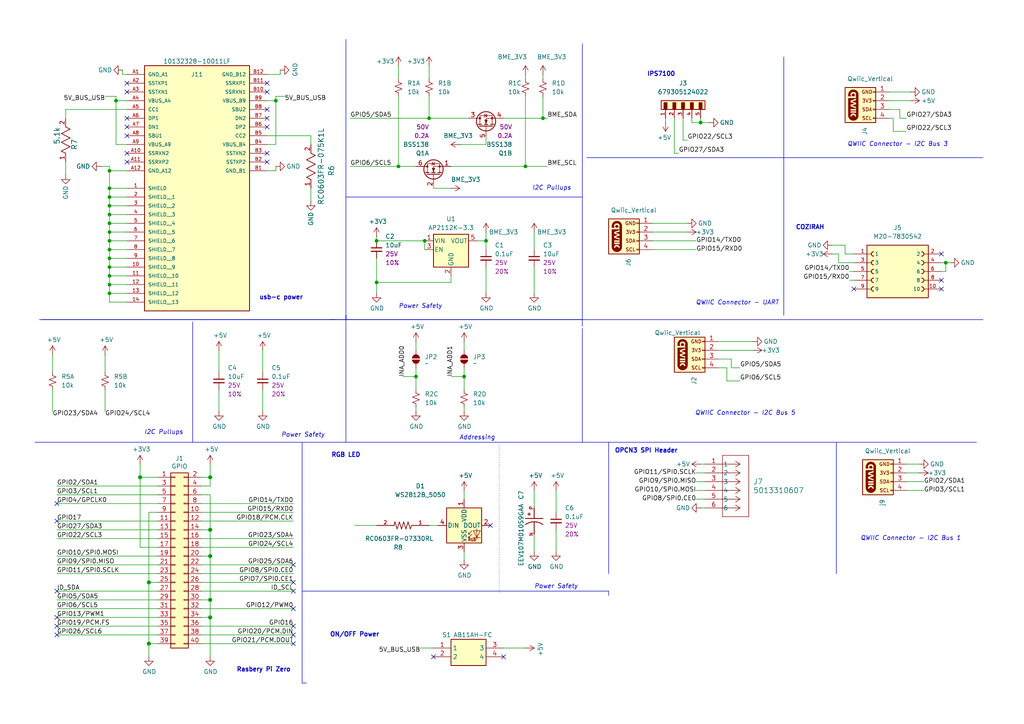
<source format=kicad_sch>
(kicad_sch (version 20250114) (generator "eeschema") (generator_version "9.0")
  (paper "A4")
  (text "QWIIC Connector - I2C Bus 1" (at 264.16 156.21 0) (effects (font (size 1.27 1.27) (thickness 0.1588) (italic yes))))
  (text "Rasbery Pi Zero " (at 76.962 194.31 0) (effects (font (size 1.27 1.27) (thickness 0.254) (bold yes))))
  (text "Addressing" (at 138.43 127 0) (effects (font (size 1.27 1.27) (thickness 0.1588) (italic yes))))
  (text "IPS7100" (at 191.77 21.59 0) (effects (font (size 1.27 1.27) (thickness 0.254) (bold yes))))
  (text "ON/OFF Power" (at 102.87 184.15 0) (effects (font (size 1.27 1.27) (thickness 0.254) (bold yes))))
  (text "Power Safety" (at 121.92 88.9 0) (effects (font (size 1.27 1.27) (thickness 0.1588) (italic yes))))
  (text "OPCN3 SPI Header" (at 187.452 130.81 0) (effects (font (size 1.27 1.27) (thickness 0.254) (bold yes))))
  (text "QWIIC Connector - UART" (at 213.868 87.884 0) (effects (font (size 1.27 1.27) (thickness 0.1588) (italic yes))))
  (text "usb-c power" (at 81.534 86.36 0) (effects (font (size 1.27 1.27) (thickness 0.254) (bold yes))))
  (text "I2C Pullups" (at 160.02 54.61 0) (effects (font (size 1.27 1.27) (thickness 0.1588) (italic yes))))
  (text "Power Safety" (at 161.29 170.18 0) (effects (font (size 1.27 1.27) (thickness 0.1588) (italic yes))))
  (text "QWIIC Connector - I2C Bus 5" (at 216.154 119.888 0) (effects (font (size 1.27 1.27) (thickness 0.1588) (italic yes))))
  (text "I2C Pullups" (at 47.498 125.476 0) (effects (font (size 1.27 1.27) (thickness 0.1588) (italic yes))))
  (text "QWIIC Connector - I2C Bus 3" (at 260.35 41.91 0) (effects (font (size 1.27 1.27) (thickness 0.1588) (italic yes))))
  (text "RGB LED" (at 100.33 132.08 0) (effects (font (size 1.27 1.27) (thickness 0.254) (bold yes))))
  (text "Power Safety" (at 87.884 126.238 0) (effects (font (size 1.27 1.27) (thickness 0.1588) (italic yes))))
  (text "COZIRAH" (at 234.95 66.04 0) (effects (font (size 1.27 1.27) (thickness 0.254) (bold yes))))
  (junction (at 203.2 35.56))
  (junction (at 60.96 138.43) (diameter 1.016))
  (junction (at 157.48 34.29))
  (junction (at 134.62 109.22))
  (junction (at 60.96 153.67) (diameter 1.016))
  (junction (at 120.65 109.22))
  (junction (at 60.96 179.07) (diameter 1.016))
  (junction (at 31.75 59.69))
  (junction (at 60.96 173.99) (diameter 1.016))
  (junction (at 109.22 69.85))
  (junction (at 31.75 69.85))
  (junction (at 80.01 29.21))
  (junction (at 123.19 69.85))
  (junction (at 31.75 54.61))
  (junction (at 31.75 72.39))
  (junction (at 31.75 80.01))
  (junction (at 60.96 161.29) (diameter 1.016))
  (junction (at 31.75 85.09))
  (junction (at 31.75 57.15))
  (junction (at 274.32 76.2))
  (junction (at 140.97 69.85))
  (junction (at 124.46 34.29))
  (junction (at 31.75 62.23))
  (junction (at 31.75 82.55))
  (junction (at 40.64 138.43) (diameter 1.016))
  (junction (at 33.655 29.21))
  (junction (at 152.4 48.26))
  (junction (at 109.22 81.915))
  (junction (at 31.75 67.31))
  (junction (at 31.75 49.53))
  (junction (at 31.75 77.47))
  (junction (at 43.18 168.91) (diameter 1.016))
  (junction (at 31.75 74.93))
  (junction (at 43.18 186.69) (diameter 1.016))
  (junction (at 115.57 48.26))
  (junction (at 31.75 64.77))
  (no_connect (at 16.51 184.15))
  (no_connect (at 85.09 163.83))
  (no_connect (at 142.24 152.4))
  (no_connect (at 36.83 34.29))
  (no_connect (at 16.51 179.07))
  (no_connect (at 273.05 73.66))
  (no_connect (at 273.05 81.28))
  (no_connect (at 247.65 83.82))
  (no_connect (at 85.09 184.15))
  (no_connect (at 36.83 24.13))
  (no_connect (at 36.83 44.45))
  (no_connect (at 77.47 36.83))
  (no_connect (at 85.09 176.53))
  (no_connect (at 36.83 26.67))
  (no_connect (at 16.51 181.61))
  (no_connect (at 77.47 31.75))
  (no_connect (at 77.47 26.67))
  (no_connect (at 146.05 190.5))
  (no_connect (at 16.51 146.05))
  (no_connect (at 77.47 34.29))
  (no_connect (at 125.73 190.5))
  (no_connect (at 85.09 171.45))
  (no_connect (at 36.83 36.83))
  (no_connect (at 85.09 186.69))
  (no_connect (at 85.09 181.61))
  (no_connect (at 85.09 168.91))
  (no_connect (at 16.51 171.45))
  (no_connect (at 16.51 151.13))
  (no_connect (at 77.47 46.99))
  (no_connect (at 273.05 83.82))
  (no_connect (at 77.47 24.13))
  (no_connect (at 36.83 39.37))
  (no_connect (at 77.47 44.45))
  (no_connect (at 36.83 46.99))
  (wire (pts (xy 60.96 138.43) (xy 60.96 140.97)))
  (wire (pts (xy 161.29 142.24) (xy 161.29 148.59)))
  (wire (pts (xy 125.73 54.61) (xy 130.81 54.61)))
  (wire (pts (xy 58.42 171.45) (xy 85.09 171.45)))
  (wire (pts (xy 198.12 34.29) (xy 198.12 40.64)))
  (wire (pts (xy 31.75 77.47) (xy 31.75 80.01)))
  (polyline (pts (xy 100.33 91.44) (xy 100.33 92.71)))
  (wire (pts (xy 31.75 64.77) (xy 31.75 67.31)))
  (wire (pts (xy 31.75 69.85) (xy 31.75 72.39)))
  (wire (pts (xy 31.75 54.61) (xy 31.75 57.15)))
  (wire (pts (xy 45.72 140.97) (xy 16.51 140.97)))
  (wire (pts (xy 273.05 76.2) (xy 274.32 76.2)))
  (wire (pts (xy 45.72 179.07) (xy 16.51 179.07)))
  (wire (pts (xy 257.81 29.21) (xy 264.16 29.21)))
  (wire (pts (xy 36.83 57.15) (xy 31.75 57.15)))
  (wire (pts (xy 124.46 34.29) (xy 135.89 34.29)))
  (wire (pts (xy 120.65 106.68) (xy 120.65 109.22)))
  (wire (pts (xy 134.62 109.22) (xy 130.81 109.22)))
  (wire (pts (xy 115.57 48.26) (xy 120.65 48.26)))
  (wire (pts (xy 262.89 139.7) (xy 267.97 139.7)))
  (wire (pts (xy 30.48 27.94) (xy 33.655 27.94)))
  (wire (pts (xy 76.2 101.6) (xy 76.2 107.95)))
  (wire (pts (xy 80.01 29.21) (xy 80.01 27.94)))
  (wire (pts (xy 40.64 138.43) (xy 45.72 138.43)))
  (wire (pts (xy 262.89 134.62) (xy 266.7 134.62)))
  (wire (pts (xy 205.74 35.56) (xy 203.2 35.56)))
  (wire (pts (xy 109.22 81.915) (xy 109.22 85.09)))
  (wire (pts (xy 16.51 156.21) (xy 45.72 156.21)))
  (polyline (pts (xy 55.88 93.345) (xy 55.88 128.27)) (stroke (width 0) (type solid)))
  (polyline (pts (xy 100.33 128.27) (xy 170.18 128.27)))
  (wire (pts (xy 200.66 35.56) (xy 203.2 35.56)))
  (wire (pts (xy 43.18 168.91) (xy 43.18 186.69)))
  (polyline (pts (xy 87.63 198.12) (xy 88.9 198.12)))
  (wire (pts (xy 154.94 77.47) (xy 154.94 85.09)))
  (polyline (pts (xy 176.53 171.45) (xy 176.53 172.72)))
  (polyline (pts (xy 10.16 128.27) (xy 283.21 128.27)))
  (wire (pts (xy 109.22 68.58) (xy 109.22 69.85)))
  (polyline (pts (xy 170.18 45.72) (xy 285.115 45.72)) (stroke (width 0) (type solid)))
  (wire (pts (xy 40.64 138.43) (xy 40.64 158.75)))
  (polyline (pts (xy 168.91 19.05) (xy 168.91 94.615)) (stroke (width 0) (type solid)))
  (wire (pts (xy 157.48 34.29) (xy 158.75 34.29)))
  (wire (pts (xy 36.83 80.01) (xy 31.75 80.01)))
  (wire (pts (xy 241.3 71.12) (xy 245.11 71.12)))
  (wire (pts (xy 36.83 67.31) (xy 31.75 67.31)))
  (wire (pts (xy 130.81 81.915) (xy 109.22 81.915)))
  (wire (pts (xy 157.48 21.59) (xy 157.48 22.86)))
  (wire (pts (xy 45.72 161.29) (xy 16.51 161.29)))
  (wire (pts (xy 43.18 186.69) (xy 45.72 186.69)))
  (wire (pts (xy 246.38 81.28) (xy 247.65 81.28)))
  (wire (pts (xy 58.42 181.61) (xy 85.09 181.61)))
  (wire (pts (xy 210.82 106.68) (xy 208.28 106.68)))
  (wire (pts (xy 134.62 142.24) (xy 134.62 144.78)))
  (wire (pts (xy 152.4 48.26) (xy 158.75 48.26)))
  (polyline (pts (xy 11.43 128.27) (xy 99.06 128.27)) (stroke (width 0) (type solid)))
  (wire (pts (xy 35.56 21.59) (xy 36.83 21.59)))
  (polyline (pts (xy 100.33 92.71) (xy 168.91 92.71)))
  (wire (pts (xy 36.83 69.85) (xy 31.75 69.85)))
  (wire (pts (xy 60.96 179.07) (xy 58.42 179.07)))
  (wire (pts (xy 43.18 148.59) (xy 45.72 148.59)))
  (polyline (pts (xy 100.33 91.44) (xy 100.33 128.27)))
  (wire (pts (xy 262.89 137.16) (xy 266.7 137.16)))
  (wire (pts (xy 245.11 71.12) (xy 245.11 73.66)))
  (wire (pts (xy 58.42 156.21) (xy 85.09 156.21)))
  (wire (pts (xy 140.97 67.31) (xy 140.97 69.85)))
  (wire (pts (xy 243.205 73.66) (xy 243.205 76.2)))
  (wire (pts (xy 60.96 134.62) (xy 60.96 138.43)))
  (wire (pts (xy 204.47 134.62) (xy 203.2 134.62)))
  (wire (pts (xy 60.96 143.51) (xy 60.96 153.67)))
  (wire (pts (xy 77.47 49.53) (xy 80.01 49.53)))
  (wire (pts (xy 58.42 151.13) (xy 85.09 151.13)))
  (wire (pts (xy 58.42 166.37) (xy 85.09 166.37)))
  (wire (pts (xy 262.89 142.24) (xy 267.97 142.24)))
  (wire (pts (xy 138.43 69.85) (xy 140.97 69.85)))
  (wire (pts (xy 212.09 106.68) (xy 212.09 104.14)))
  (wire (pts (xy 123.19 69.85) (xy 123.19 72.39)))
  (wire (pts (xy 63.5 101.6) (xy 63.5 107.95)))
  (wire (pts (xy 60.96 173.99) (xy 58.42 173.99)))
  (wire (pts (xy 60.96 143.51) (xy 58.42 143.51)))
  (wire (pts (xy 134.62 160.02) (xy 134.62 162.56)))
  (wire (pts (xy 60.96 138.43) (xy 58.42 138.43)))
  (wire (pts (xy 33.655 29.21) (xy 33.655 27.94)))
  (wire (pts (xy 134.62 106.68) (xy 134.62 109.22)))
  (wire (pts (xy 16.51 143.51) (xy 45.72 143.51)))
  (wire (pts (xy 31.75 74.93) (xy 31.75 77.47)))
  (wire (pts (xy 259.08 38.1) (xy 262.89 38.1)))
  (wire (pts (xy 43.18 168.91) (xy 45.72 168.91)))
  (wire (pts (xy 140.97 69.85) (xy 140.97 72.39)))
  (wire (pts (xy 262.89 34.29) (xy 260.985 34.29)))
  (wire (pts (xy 201.93 139.7) (xy 204.47 139.7)))
  (wire (pts (xy 31.75 80.01) (xy 31.75 82.55)))
  (wire (pts (xy 201.93 144.78) (xy 204.47 144.78)))
  (polyline (pts (xy 168.91 95.25) (xy 168.91 128.27)) (stroke (width 0) (type solid)))
  (wire (pts (xy 36.83 41.91) (xy 33.655 41.91)))
  (wire (pts (xy 189.23 67.31) (xy 199.39 67.31)))
  (wire (pts (xy 134.62 109.22) (xy 134.62 113.03)))
  (wire (pts (xy 36.83 85.09) (xy 31.75 85.09)))
  (wire (pts (xy 30.48 113.03) (xy 30.48 119.38)))
  (wire (pts (xy 201.93 69.85) (xy 189.23 69.85)))
  (wire (pts (xy 36.83 74.93) (xy 31.75 74.93)))
  (wire (pts (xy 120.65 109.22) (xy 120.65 113.03)))
  (wire (pts (xy 203.2 147.32) (xy 204.47 147.32)))
  (wire (pts (xy 154.94 142.24) (xy 154.94 147.32)))
  (wire (pts (xy 60.96 173.99) (xy 60.96 179.07)))
  (wire (pts (xy 212.09 106.68) (xy 214.63 106.68)))
  (wire (pts (xy 16.51 153.67) (xy 45.72 153.67)))
  (wire (pts (xy 154.94 67.31) (xy 154.94 72.39)))
  (wire (pts (xy 45.72 151.13) (xy 16.51 151.13)))
  (wire (pts (xy 35.56 21.59) (xy 35.56 20.32)))
  (wire (pts (xy 45.72 171.45) (xy 16.51 171.45)))
  (wire (pts (xy 60.96 153.67) (xy 60.96 161.29)))
  (wire (pts (xy 31.75 54.61) (xy 36.83 54.61)))
  (wire (pts (xy 31.75 57.15) (xy 31.75 59.69)))
  (wire (pts (xy 157.48 27.94) (xy 157.48 34.29)))
  (wire (pts (xy 212.09 104.14) (xy 208.28 104.14)))
  (wire (pts (xy 36.83 82.55) (xy 31.75 82.55)))
  (wire (pts (xy 134.62 99.06) (xy 134.62 101.6)))
  (wire (pts (xy 16.51 166.37) (xy 45.72 166.37)))
  (wire (pts (xy 31.75 82.55) (xy 31.75 85.09)))
  (wire (pts (xy 146.05 187.96) (xy 152.4 187.96)))
  (wire (pts (xy 274.32 78.74) (xy 274.32 76.2)))
  (wire (pts (xy 152.4 21.59) (xy 152.4 22.86)))
  (wire (pts (xy 140.97 41.91) (xy 140.97 39.37)))
  (wire (pts (xy 31.75 87.63) (xy 31.75 85.09)))
  (wire (pts (xy 16.51 181.61) (xy 45.72 181.61)))
  (wire (pts (xy 80.01 41.91) (xy 80.01 29.21)))
  (polyline (pts (xy 242.57 128.27) (xy 242.57 166.37)))
  (wire (pts (xy 140.97 77.47) (xy 140.97 85.09)))
  (wire (pts (xy 245.11 73.66) (xy 247.65 73.66)))
  (polyline (pts (xy 227.33 16.51) (xy 227.33 91.44)) (stroke (width 0) (type solid)))
  (wire (pts (xy 246.38 78.74) (xy 247.65 78.74)))
  (wire (pts (xy 193.04 34.29) (xy 193.04 35.56)))
  (wire (pts (xy 109.22 81.915) (xy 109.22 74.93)))
  (wire (pts (xy 77.47 21.59) (xy 81.28 21.59)))
  (wire (pts (xy 40.64 134.62) (xy 40.64 138.43)))
  (wire (pts (xy 16.51 146.05) (xy 45.72 146.05)))
  (polyline (pts (xy 87.63 128.27) (xy 87.63 198.12)))
  (polyline (pts (xy 11.43 92.71) (xy 100.33 92.71)))
  (polyline (pts (xy 144.78 128.905) (xy 144.78 172.085)) (stroke (width 0) (type dot)))
  (wire (pts (xy 60.96 161.29) (xy 58.42 161.29)))
  (wire (pts (xy 259.08 34.29) (xy 257.81 34.29)))
  (wire (pts (xy 29.21 48.26) (xy 31.75 48.26)))
  (wire (pts (xy 19.05 46.99) (xy 19.05 50.8)))
  (wire (pts (xy 16.51 163.83) (xy 45.72 163.83)))
  (wire (pts (xy 33.655 41.91) (xy 33.655 29.21)))
  (wire (pts (xy 36.83 87.63) (xy 31.75 87.63)))
  (wire (pts (xy 58.42 176.53) (xy 85.09 176.53)))
  (wire (pts (xy 31.75 59.69) (xy 31.75 62.23)))
  (wire (pts (xy 115.57 19.05) (xy 115.57 22.86)))
  (wire (pts (xy 120.65 99.06) (xy 120.65 101.6)))
  (polyline (pts (xy 100.33 11.43) (xy 100.33 92.71)))
  (wire (pts (xy 43.18 148.59) (xy 43.18 168.91)))
  (wire (pts (xy 201.93 137.16) (xy 204.47 137.16)))
  (wire (pts (xy 243.205 76.2) (xy 247.65 76.2)))
  (wire (pts (xy 115.57 27.94) (xy 115.57 48.26)))
  (wire (pts (xy 15.24 113.03) (xy 15.24 119.38)))
  (polyline (pts (xy 168.91 12.7) (xy 168.91 19.05)) (stroke (width 0) (type solid)))
  (wire (pts (xy 77.47 39.37) (xy 90.17 39.37)))
  (wire (pts (xy 130.81 80.01) (xy 130.81 81.915)))
  (wire (pts (xy 241.3 73.66) (xy 243.205 73.66)))
  (wire (pts (xy 133.35 41.91) (xy 140.97 41.91)))
  (wire (pts (xy 201.93 142.24) (xy 204.47 142.24)))
  (wire (pts (xy 30.48 102.87) (xy 30.48 107.95)))
  (wire (pts (xy 77.47 29.21) (xy 80.01 29.21)))
  (wire (pts (xy 124.46 27.94) (xy 124.46 34.29)))
  (wire (pts (xy 31.75 62.23) (xy 31.75 64.77)))
  (wire (pts (xy 40.64 158.75) (xy 45.72 158.75)))
  (wire (pts (xy 60.96 153.67) (xy 58.42 153.67)))
  (wire (pts (xy 116.84 109.22) (xy 120.65 109.22)))
  (polyline (pts (xy 87.63 171.45) (xy 176.53 171.45)))
  (wire (pts (xy 60.96 161.29) (xy 60.96 173.99)))
  (wire (pts (xy 33.655 29.21) (xy 36.83 29.21)))
  (wire (pts (xy 58.42 184.15) (xy 85.09 184.15)))
  (wire (pts (xy 259.08 38.1) (xy 259.08 34.29)))
  (wire (pts (xy 15.24 102.87) (xy 15.24 107.95)))
  (wire (pts (xy 264.16 26.67) (xy 257.81 26.67)))
  (wire (pts (xy 161.29 153.67) (xy 161.29 160.02)))
  (wire (pts (xy 200.66 35.56) (xy 200.66 34.29)))
  (wire (pts (xy 60.96 140.97) (xy 58.42 140.97)))
  (wire (pts (xy 16.51 184.15) (xy 45.72 184.15)))
  (wire (pts (xy 36.83 64.77) (xy 31.75 64.77)))
  (wire (pts (xy 195.58 34.29) (xy 195.58 44.45)))
  (wire (pts (xy 257.81 31.75) (xy 260.985 31.75)))
  (wire (pts (xy 43.18 186.69) (xy 43.18 190.5)))
  (wire (pts (xy 125.73 54.61) (xy 125.73 53.34)))
  (wire (pts (xy 274.32 76.2) (xy 275.59 76.2)))
  (wire (pts (xy 16.51 173.99) (xy 45.72 173.99)))
  (wire (pts (xy 198.12 40.64) (xy 199.39 40.64)))
  (wire (pts (xy 120.65 118.11) (xy 120.65 119.38)))
  (wire (pts (xy 31.75 49.53) (xy 36.83 49.53)))
  (polyline (pts (xy 176.53 128.27) (xy 170.18 128.27)))
  (wire (pts (xy 58.42 163.83) (xy 85.09 163.83)))
  (polyline (pts (xy 176.53 166.37) (xy 176.53 128.27)))
  (wire (pts (xy 31.75 72.39) (xy 31.75 74.93)))
  (wire (pts (xy 31.75 49.53) (xy 31.75 48.26)))
  (wire (pts (xy 63.5 113.03) (xy 63.5 119.38)))
  (wire (pts (xy 101.6 48.26) (xy 115.57 48.26)))
  (wire (pts (xy 36.83 77.47) (xy 31.75 77.47)))
  (wire (pts (xy 124.46 152.4) (xy 127 152.4)))
  (wire (pts (xy 124.46 19.05) (xy 124.46 22.86)))
  (wire (pts (xy 58.42 186.69) (xy 85.09 186.69)))
  (wire (pts (xy 210.82 110.49) (xy 214.63 110.49)))
  (polyline (pts (xy 12.065 92.71) (xy 285.115 92.71)) (stroke (width 0) (type solid)))
  (wire (pts (xy 60.96 179.07) (xy 60.96 190.5)))
  (wire (pts (xy 273.05 78.74) (xy 274.32 78.74)))
  (wire (pts (xy 195.58 44.45) (xy 196.85 44.45)))
  (polyline (pts (xy 100.33 128.27) (xy 99.06 128.27)))
  (wire (pts (xy 210.82 110.49) (xy 210.82 106.68)))
  (wire (pts (xy 31.75 67.31) (xy 31.75 69.85)))
  (wire (pts (xy 130.81 48.26) (xy 152.4 48.26)))
  (wire (pts (xy 121.92 187.96) (xy 125.73 187.96)))
  (wire (pts (xy 31.75 49.53) (xy 31.75 54.61)))
  (wire (pts (xy 80.01 49.53) (xy 80.01 48.26)))
  (wire (pts (xy 36.83 59.69) (xy 31.75 59.69)))
  (wire (pts (xy 76.2 113.03) (xy 76.2 119.38)))
  (wire (pts (xy 80.01 27.94) (xy 82.55 27.94)))
  (wire (pts (xy 208.28 99.06) (xy 218.44 99.06)))
  (wire (pts (xy 36.83 72.39) (xy 31.75 72.39)))
  (wire (pts (xy 109.22 69.85) (xy 123.19 69.85)))
  (wire (pts (xy 77.47 41.91) (xy 80.01 41.91)))
  (wire (pts (xy 260.985 31.75) (xy 260.985 34.29)))
  (wire (pts (xy 58.42 146.05) (xy 85.09 146.05)))
  (wire (pts (xy 189.23 72.39) (xy 201.93 72.39)))
  (wire (pts (xy 58.42 168.91) (xy 85.09 168.91)))
  (wire (pts (xy 90.17 39.37) (xy 90.17 41.91)))
  (wire (pts (xy 101.6 34.29) (xy 124.46 34.29)))
  (wire (pts (xy 102.87 152.4) (xy 109.22 152.4)))
  (wire (pts (xy 154.94 154.94) (xy 154.94 160.02)))
  (wire (pts (xy 189.23 64.77) (xy 199.39 64.77)))
  (polyline (pts (xy 95.885 92.71) (xy 97.155 92.71)))
  (polyline (pts (xy 100.33 57.15) (xy 168.91 57.15)))
  (wire (pts (xy 19.05 31.75) (xy 19.05 34.29)))
  (wire (pts (xy 134.62 118.11) (xy 134.62 119.38)))
  (wire (pts (xy 146.05 34.29) (xy 157.48 34.29)))
  (wire (pts (xy 58.42 148.59) (xy 85.09 148.59)))
  (wire (pts (xy 16.51 176.53) (xy 45.72 176.53)))
  (wire (pts (xy 58.42 158.75) (xy 85.09 158.75)))
  (wire (pts (xy 36.83 62.23) (xy 31.75 62.23)))
  (wire (pts (xy 90.17 54.61) (xy 90.17 58.42)))
  (wire (pts (xy 81.28 21.59) (xy 81.28 20.32)))
  (wire (pts (xy 203.2 34.29) (xy 203.2 35.56)))
  (wire (pts (xy 36.83 31.75) (xy 19.05 31.75)))
  (wire (pts (xy 208.28 101.6) (xy 218.44 101.6)))
  (wire (pts (xy 152.4 27.94) (xy 152.4 48.26)))
  (label "ID_SDA" (at 16.51 171.45 0))
  (label "GPIO10{slash}SPI0.MOSI" (at 16.51 161.29 0))
  (label "BME_SCL" (at 158.75 48.26 0))
  (label "GPIO7{slash}SPI0.CE1" (at 85.09 168.91 180))
  (label "GPIO19{slash}PCM.FS" (at 16.51 181.61 0))
  (label "GPIO22{slash}SCL3" (at 16.51 156.21 0))
  (label "GPIO6{slash}SCL5" (at 16.51 176.53 0))
  (label "GPIO13{slash}PWM1" (at 16.51 179.07 0))
  (label "GPIO5{slash}SDA5" (at 214.63 106.68 0))
  (label "GPIO14{slash}TXD0" (at 201.93 69.85 0))
  (label "GPIO22{slash}SCL3" (at 199.39 40.64 0))
  (label "GPIO9{slash}SPI0.MISO" (at 16.51 163.83 0))
  (label "GPIO26{slash}SCL6" (at 16.51 184.15 0))
  (label "GPIO22{slash}SCL3" (at 262.89 38.1 0))
  (label "GPIO6{slash}SCL5" (at 101.6 48.26 0))
  (label "GPIO12{slash}PWM0" (at 85.09 176.53 180))
  (label "GPIO14{slash}TXD0" (at 85.09 146.05 180))
  (label "GPIO27{slash}SDA3" (at 16.51 153.67 0))
  (label "BME_SDA" (at 158.75 34.29 0))
  (label "GPIO15{slash}RXD0" (at 246.38 81.28 180))
  (label "GPIO8{slash}SPI0.CE0" (at 201.93 144.78 180))
  (label "GPIO5{slash}SDA5" (at 101.6 34.29 0))
  (label "GPIO3{slash}SCL1" (at 267.97 142.24 0))
  (label "GPIO23{slash}SDA4" (at 85.09 156.21 180))
  (label "GPIO11{slash}SPI0.SCLK" (at 201.93 137.16 180))
  (label "5V_BUS_USB" (at 30.48 27.94 180))
  (label "GPIO18{slash}PCM.CLK" (at 85.09 151.13 180))
  (label "5V_BUS_USB" (at 82.55 27.94 0))
  (label "GPIO15{slash}RXD0" (at 201.93 72.39 0))
  (label "GPIO17" (at 16.51 151.13 0))
  (label "GPIO4{slash}GPCLK0" (at 16.51 146.05 0))
  (label "GPIO24{slash}SCL4" (at 85.09 158.75 180))
  (label "GPIO9{slash}SPI0.MISO" (at 201.93 139.7 180))
  (label "GPIO3{slash}SCL1" (at 16.51 143.51 0))
  (label "GPIO27{slash}SDA3" (at 262.89 34.29 0))
  (label "GPIO21{slash}PCM.DOUT" (at 85.09 186.69 180))
  (label "5V_BUS_USB" (at 121.92 187.96 180))
  (label "GPIO5{slash}SDA5" (at 16.51 173.99 0))
  (label "GPIO23{slash}SDA4" (at 15.24 119.38 0))
  (label "GPIO25{slash}SDA6" (at 85.09 163.83 180))
  (label "GPIO20{slash}PCM.DIN" (at 85.09 184.15 180))
  (label "GPIO8{slash}SPI0.CE0" (at 85.09 166.37 180))
  (label "GPIO16" (at 85.09 181.61 180))
  (label "GPIO6{slash}SCL5" (at 214.63 110.49 0))
  (label "GPIO15{slash}RXD0" (at 85.09 148.59 180))
  (label "GPIO14{slash}TXD0" (at 246.38 78.74 180))
  (label "GPIO2{slash}SDA1" (at 267.97 139.7 0))
  (label "GPIO10{slash}SPI0.MOSI" (at 201.93 142.24 180))
  (label "GPIO2{slash}SDA1" (at 16.51 140.97 0))
  (label "INA_ADD0" (at 116.84 109.22 90))
  (label "ID_SCL" (at 85.09 171.45 180))
  (label "GPIO11{slash}SPI0.SCLK" (at 16.51 166.37 0))
  (label "GPIO27{slash}SDA3" (at 196.85 44.45 0))
  (label "GPIO24{slash}SCL4" (at 30.48 119.38 0))
  (label "INA_ADD1" (at 130.81 109.22 90))
  (symbol (lib_id "power:+5V") (at 60.96 134.62 0) (unit 1)
    (property "Reference" "#PWR01" (effects (hide yes)))
    (property "Value" "+5V" (at 61.3283 130.2956 0))
    (property "Description" "Power symbol creates a global label with name \"+5V\"" (effects (hide yes)))
  )
  (symbol (lib_id "power:+3.3V") (at 40.64 134.62 0) (unit 1)
    (property "Reference" "#PWR04" (effects (hide yes)))
    (property "Value" "+3V3" (at 41.0083 130.2956 0))
    (property "Description" "Power symbol creates a global label with name \"+3.3V\"" (effects (hide yes)))
  )
  (symbol (lib_id "power:GND") (at 60.96 190.5 0) (unit 1)
    (property "Reference" "#PWR02" (effects (hide yes)))
    (property "Value" "GND" (at 61.0743 194.8244 0))
    (property "Description" "Power symbol creates a global label with name \"GND\" , ground" (effects (hide yes)))
  )
  (symbol (lib_id "power:GND") (at 43.18 190.5 0) (unit 1)
    (property "Reference" "#PWR03" (effects (hide yes)))
    (property "Value" "GND" (at 43.2943 194.8244 0))
    (property "Description" "Power symbol creates a global label with name \"GND\" , ground" (effects (hide yes)))
  )
  (symbol (lib_id "Connector_Generic:Conn_02x20_Odd_Even") (at 50.8 161.29 0) (unit 1)
    (property "Reference" "J1" (at 52.07 132.9498 0))
    (property "Value" "GPIO" (at 52.07 135.255 0))
    (property "Footprint" "Connector_PinSocket_2.54mm:PinSocket_2x20_P2.54mm_Vertical" (effects (hide yes)))
    (property "Description" "Generic connector, double row, 02x20, odd/even pin numbering scheme (row 1 odd numbers, row 2 even numbers), script generated (kicad-library-utils/schlib/autogen/connector/)" (effects (hide yes)))
  )
  (symbol (lib_id "power:GND") (at 203.2 147.32 270) (unit 1)
    (property "Reference" "#PWR034" (effects (hide yes)))
    (property "Value" "GND" (at 198.12 147.32 90))
    (property "Description" "Power symbol creates a global label with name \"GND\" , ground" (effects (hide yes)))
  )
  (symbol (lib_id "power:VCC") (at 157.48 21.59 0) (unit 1)
    (property "Reference" "#PWR016" (effects (hide yes)))
    (property "Value" "BME_3V3" (at 160.02 16.51 0))
    (property "Description" "Power symbol creates a global label with name \"VCC\"" (effects (hide yes)))
  )
  (symbol (lib_id "power:GND") (at 264.16 26.67 90) (unit 1)
    (property "Reference" "#PWR026" (effects (hide yes)))
    (property "Value" "GND" (at 269.24 26.67 90))
    (property "Description" "Power symbol creates a global label with name \"GND\" , ground" (effects (hide yes)))
  )
  (symbol (lib_id "power:+5V") (at 30.48 102.87 0) (unit 1)
    (property "Reference" "#PWR040" (effects (hide yes)))
    (property "Value" "+5V" (at 30.8483 98.5456 0))
    (property "Description" "Power symbol creates a global label with name \"+5V\"" (effects (hide yes)))
  )
  (symbol (lib_id "SparkFun-Connector:Qwiic_Vertical") (at 184.15 69.85 180) (unit 1)
    (property "Reference" "J6" (at 182.2451 74.93 90) (effects (justify left)))
    (property "Value" "Qwiic_Vertical" (at 190.5 60.96 0) (effects (justify left)))
    (property "Footprint" "SparkFun-Connector:JST_1x04_P1.0mm_Vertical_SMD" (effects (hide yes)))
    (property "Datasheet" "https://www.jst-mfg.com/product/pdf/eng/eSH.pdf" (effects (hide yes)))
    (property "Description" "4 pin JST 1mm polarized connector for I2C" (effects (hide yes)))
    (property "PROD_ID" "CONN-14483" (effects (hide yes)))
    (property "Vendor" "https://www.digikey.com/en/products/detail/jst-sales-america-inc/BM04B-SRSS-TB/926696" (effects (hide yes)))
  )
  (symbol (lib_id "SparkFun-Resistor:10k_4x0603_Array") (at 30.48 110.49 90) (unit 2)
    (property "Reference" "R5" (at 33.02 109.2199 90) (effects (justify right)))
    (property "Value" "10k" (at 33.02 111.7599 90) (effects (justify right)))
    (property "Footprint" "SparkFun-Resistor:R_Array_Convex_4x0603" (effects (hide yes)))
    (property "Datasheet" "https://www.bourns.com/docs/Product-Datasheets/CATCAY.pdf" (effects (hide yes)))
    (property "Description" "Resistor Array" (effects (hide yes)))
    (property "PROD_ID" "RES-22662" (effects (hide yes)))
  )
  (symbol (lib_id "SparkFun-Resistor:10k_4x0603_Array") (at 120.65 115.57 270) (unit 3)
    (property "Reference" "R2" (at 123.19 114.2999 90) (effects (justify left)))
    (property "Value" "10k" (at 123.19 116.8399 90) (effects (justify left)))
    (property "Footprint" "SparkFun-Resistor:R_Array_Convex_4x0603" (effects (hide yes)))
    (property "Datasheet" "https://www.bourns.com/docs/Product-Datasheets/CATCAY.pdf" (effects (hide yes)))
    (property "Description" "Resistor Array" (effects (hide yes)))
    (property "PROD_ID" "RES-22662" (effects (hide yes)))
  )
  (symbol (lib_id "power:GND") (at 154.94 160.02 0) (unit 1)
    (property "Reference" "#PWR062" (effects (hide yes)))
    (property "Value" "GND" (at 155.0543 164.3444 0))
    (property "Description" "Power symbol creates a global label with name \"GND\" , ground" (effects (hide yes)))
  )
  (symbol (lib_id "power:GND") (at 109.22 85.09 0) (unit 1)
    (property "Reference" "#PWR07" (effects (hide yes)))
    (property "Value" "GND" (at 109.3343 89.4144 0))
    (property "Description" "Power symbol creates a global label with name \"GND\" , ground" (effects (hide yes)))
  )
  (symbol (lib_id "SparkFun-Resistor:10k_4x0603_Array") (at 115.57 25.4 90) (unit 1)
    (property "Reference" "R1" (at 118.11 24.1299 90) (effects (justify right)))
    (property "Value" "10k" (at 118.11 26.6699 90) (effects (justify right)))
    (property "Footprint" "SparkFun-Resistor:R_Array_Convex_4x0603" (effects (hide yes)))
    (property "Datasheet" "https://www.bourns.com/docs/Product-Datasheets/CATCAY.pdf" (effects (hide yes)))
    (property "Description" "Resistor Array" (effects (hide yes)))
    (property "PROD_ID" "RES-22662" (effects (hide yes)))
    (property "Custom Feild" "https://www.digikey.com/en/products/detail/bourns-inc/CAT16-1002F4LF/3593233?s=N4IgjCBcodIMZQGYEMA2BnApgGhAeygG0QB2AZgBYAGckAXTwAcAXKEAZRYCcBLAOwDmIAL546cRJFSZcBYuDDkIjEK3Zc%2BQ0XjAA2KKCkzseQpBIAOcqQBMthszaROPAcLEhbyyoYTJ0U3kLL1p9Ukc1Z1ctDzwAWlgjANkzBTAwSwZPeIdJKB4AVzlzEgBWEDwATmyEiWTIIpL06lqQeIN8xu5itJC6PF88B3oc3y6TZpD7UlpK8EsyvRURVaA" (effects (hide yes)))
  )
  (symbol (lib_id "power:+3.3V") (at 124.46 19.05 0) (unit 1)
    (property "Reference" "#PWR014" (effects (hide yes)))
    (property "Value" "+3V3" (at 120.65 17.78 0))
    (property "Description" "Power symbol creates a global label with name \"+3.3V\"" (effects (hide yes)))
  )
  (symbol (lib_id "power:GND") (at 275.59 76.2 90) (unit 1)
    (property "Reference" "#PWR030" (effects (hide yes)))
    (property "Value" "GND" (at 280.67 76.2 90))
    (property "Description" "Power symbol creates a global label with name \"GND\" , ground" (effects (hide yes)))
  )
  (symbol (lib_id "SparkFun-DiscreteSemi:Q_NMOS_0.2A_50V_DUAL") (at 125.73 50.8 90) (unit 1)
    (property "Reference" "Q1" (at 124.46 44.45 90) (effects (justify left)))
    (property "Value" "BSS138" (at 124.46 41.91 90) (effects (justify left)))
    (property "Footprint" "SparkFun-Semiconductor-Standard:SOT-363" (effects (hide yes)))
    (property "Datasheet" "https://www.diodes.com/assets/Datasheets/ds30203.pdf" (effects (hide yes)))
    (property "Description" "N-MOSFET transistor, drain/gate/source" (effects (hide yes)))
    (property "PROD_ID" "TRANS-25637" (effects (hide yes)))
    (property "IMax" "0.2A" (at 124.46 39.37 90) (effects (justify left)))
    (property "VMax" "50V" (at 124.46 36.83 90) (effects (justify left)))
    (property "Vendor" "https://www.digikey.com/en/products/detail/diodes-incorporated/BSS138DW-7-F/808527" (effects (hide yes)))
  )
  (symbol (lib_id "power:GND") (at 29.21 48.26 270) (unit 1)
    (property "Reference" "#PWR055" (effects (hide yes)))
    (property "Value" "GND" (at 24.13 48.26 90))
    (property "Description" "Power symbol creates a global label with name \"GND\" , ground" (effects (hide yes)))
  )
  (symbol (lib_id "SparkFun-Capacitor:0.1uF_0603_25V_20%") (at 76.2 110.49 0) (unit 1)
    (property "Reference" "C5" (at 78.74 106.6862 0) (effects (justify left)))
    (property "Value" "0.1uF" (at 78.74 109.2262 0) (effects (justify left)))
    (property "Footprint" "Capacitor_SMD:C_0603_1608Metric" (effects (hide yes)))
    (property "Datasheet" "https://cdn.sparkfun.com/assets/8/a/4/a/5/Kemet_Capacitor_Datasheet.pdf" (effects (hide yes)))
    (property "Description" "Unpolarized capacitor" (effects (hide yes)))
    (property "PROD_ID" "CAP-00810" (effects (hide yes)))
    (property "Voltage" "25V" (at 78.74 111.7662 0) (effects (justify left)))
    (property "Tolerance" "20%" (at 78.74 114.3062 0) (effects (justify left)))
    (property "Vendor" "https://www.digikey.com/en/products/detail/kemet/C0603C104M3VACTU/411100" (effects (hide yes)))
  )
  (symbol (lib_id "power:GND") (at 161.29 160.02 0) (unit 1)
    (property "Reference" "#PWR060" (effects (hide yes)))
    (property "Value" "GND" (at 161.4043 164.3444 0))
    (property "Description" "Power symbol creates a global label with name \"GND\" , ground" (effects (hide yes)))
  )
  (symbol (lib_id "SparkFun-Resistor:10k_4x0603_Array") (at 152.4 25.4 90) (unit 3)
    (property "Reference" "R1" (at 147.32 24.13 90) (effects (justify right)))
    (property "Value" "10k" (at 147.32 26.67 90) (effects (justify right)))
    (property "Footprint" "SparkFun-Resistor:R_Array_Convex_4x0603" (effects (hide yes)))
    (property "Datasheet" "https://www.bourns.com/docs/Product-Datasheets/CATCAY.pdf" (effects (hide yes)))
    (property "Description" "Resistor Array" (effects (hide yes)))
    (property "PROD_ID" "RES-22662" (effects (hide yes)))
    (property "Custom Feild" "https://www.digikey.com/en/products/detail/bourns-inc/CAT16-1002F4LF/3593233?s=N4IgjCBcodIMZQGYEMA2BnApgGhAeygG0QB2AZgBYAGckAXTwAcAXKEAZRYCcBLAOwDmIAL546cRJFSZcBYuDDkIjEK3Zc%2BQ0XjAA2KKCkzseQpBIAOcqQBMthszaROPAcLEhbyyoYTJ0U3kLL1p9Ukc1Z1ctDzwAWlgjANkzBTAwSwZPeIdJKB4AVzlzEgBWEDwATmyEiWTIIpL06lqQeIN8xu5itJC6PF88B3oc3y6TZpD7UlpK8EsyvRURVaA" (effects (hide yes)))
  )
  (symbol (lib_id "SparkFun-Jumper:SolderJumper_2_Open") (at 134.62 104.14 90) (unit 1)
    (property "Reference" "JP3" (at 137.16 103.5049 90) (effects (justify right)))
    (property "Value" "~" (at 137.16 105.41 90) (effects (justify right)))
    (property "Footprint" "SparkFun-Jumper:Jumper_2_NO" (effects (hide yes)))
    (property "Description" "Solder Jumper, 2-pole, open" (effects (hide yes)))
  )
  (symbol (lib_id "power:GND") (at 134.62 119.38 0) (unit 1)
    (property "Reference" "#PWR046" (effects (hide yes)))
    (property "Value" "GND" (at 134.7343 123.7044 0))
    (property "Description" "Power symbol creates a global label with name \"GND\" , ground" (effects (hide yes)))
  )
  (symbol (lib_id "EEV107M010S9GAA:EEV107M010S9GAA") (at 154.94 152.4 270) (unit 1)
    (property "Reference" "C7" (at 151.13 142.24 0) (effects (justify left)))
    (property "Value" "EEV107M010S9GAA" (at 151.13 146.05 0) (effects (justify left)))
    (property "Footprint" "Capacitor_THT:CP_Radial_D6.3mm_P2.50mm" (effects (hide yes)))
    (property "Datasheet" "https://www.yageogroup.com/content/datasheet/asset/file/KEM_A4002_EEV" (effects (hide yes)))
    (property "Description" "CAP ALUM 100UF 20% 10V SMD" (effects (hide yes)))
    (property "MAXIMUM_PACKAGE_HEIGHT" "5.65 mm" (effects (hide yes)))
    (property "PARTREV" "8/16/2024" (effects (hide yes)))
    (property "MANUFACTURER" "KEMET" (effects (hide yes)))
    (property "SNAPEDA_PACKAGE_ID" "35335" (effects (hide yes)))
    (property "STANDARD" "IPC-7351B" (effects (hide yes)))
    (property "Vendor" "https://www.digikey.com/en/products/detail/kemet/EEV107M010S9GAA/6597867" (effects (hide yes)))
  )
  (symbol (lib_id "power:GND") (at 80.01 48.26 90) (unit 1)
    (property "Reference" "#PWR056" (effects (hide yes)))
    (property "Value" "GND" (at 85.09 48.26 90))
    (property "Description" "Power symbol creates a global label with name \"GND\" , ground" (effects (hide yes)))
  )
  (symbol (lib_id "M20-7830542:M20-7830542") (at 260.35 78.74 0) (unit 1)
    (property "Reference" "J5" (at 260.35 66.04 0))
    (property "Value" "M20-7830542" (at 260.35 68.58 0))
    (property "Footprint" "M20_7830542:HARWIN_M20-7830542" (effects (hide yes)))
    (property "Datasheet" "https://cdn.harwin.com/pdfs/M20-783.pdf" (effects (hide yes)))
    (property "Description" "CONN RCPT 10POS 0.1 GOLD PCB" (effects (hide yes)))
    (property "MANUFACTURER" "HARWIN" (effects (hide yes)))
    (property "STANDARD" "Manufacturer Recommendations" (effects (hide yes)))
    (property "Vendor" "https://www.digikey.com/en/products/detail/harwin-inc/M20-7830542/3727765?s=N4IgjCBcoGwJxVAYygMwIYBsDOBTANCAPZQDaIALGGABxwDsIAuoQA4AuUIAyuwE4BLAHYBzEAF9CNGohApIGHAWJkQMAMxwaMZm06Qe-YWMnh6cAAyz5ivIRKRyDAEw6WIDl16DREwmHMIaDk0LDsVRxB1AFYLczc9LyNfU2cLWmtQpXtVMDh1Ol0PfUMfE0I05wpMhTDlByd6VyLPA29jPxBnAOca23rVXvdWkAA5AFcAW1xBFFMAWl7g%2BX5xgcjokEIEJgWdZahV9fJ1LcozoYXTg8gjnMiwK13CeaDkLPCGkDhoy9TVVC4SZYXAAAgAFrh0AATGag5jiIA" (effects (hide yes)))
  )
  (symbol (lib_id "power:GND") (at 154.94 85.09 0) (unit 1)
    (property "Reference" "#PWR09" (effects (hide yes)))
    (property "Value" "GND" (at 155.0543 89.4144 0))
    (property "Description" "Power symbol creates a global label with name \"GND\" , ground" (effects (hide yes)))
  )
  (symbol (lib_id "power:GND") (at 35.56 20.32 270) (unit 1)
    (property "Reference" "#PWR065" (effects (hide yes)))
    (property "Value" "GND" (at 30.48 20.32 90))
    (property "Description" "Power symbol creates a global label with name \"GND\" , ground" (effects (hide yes)))
  )
  (symbol (lib_id "power:+5V") (at 203.2 134.62 90) (unit 1)
    (property "Reference" "#PWR033" (effects (hide yes)))
    (property "Value" "+5V" (at 198.12 134.62 90))
    (property "Description" "Power symbol creates a global label with name \"+5V\"" (effects (hide yes)))
  )
  (symbol (lib_id "power:+3.3V") (at 241.3 73.66 90) (unit 1)
    (property "Reference" "#PWR029" (effects (hide yes)))
    (property "Value" "+3V3" (at 236.22 73.66 90))
    (property "Description" "Power symbol creates a global label with name \"+3.3V\"" (effects (hide yes)))
  )
  (symbol (lib_id "power:+5V") (at 15.24 102.87 0) (unit 1)
    (property "Reference" "#PWR039" (effects (hide yes)))
    (property "Value" "+5V" (at 15.6083 98.5456 0))
    (property "Description" "Power symbol creates a global label with name \"+5V\"" (effects (hide yes)))
  )
  (symbol (lib_id "power:VCC") (at 140.97 67.31 0) (unit 1)
    (property "Reference" "#PWR010" (effects (hide yes)))
    (property "Value" "BME_3V3" (at 146.05 67.31 0))
    (property "Description" "Power symbol creates a global label with name \"VCC\"" (effects (hide yes)))
  )
  (symbol (lib_id "679305124022:679305124022") (at 198.12 29.21 0) (unit 1)
    (property "Reference" "J3" (at 198.12 24.13 0))
    (property "Value" "679305124022" (at 198.12 26.67 0))
    (property "Footprint" "679305124022:679305124022" (effects (hide yes)))
    (property "Datasheet" "https://www.we-online.com/components/products/datasheet/679305124022.pdf" (effects (hide yes)))
    (property "Description" "CONN HEADER SMD 5POS 1.5MM" (effects (hide yes)))
    (property "Vendor" "https://www.digikey.com/en/products/detail/w%C3%BCrth-elektronik/679305124022/2508487?s=N4IgTCBcDaIGwHYCcBmADAVgIxgCxrAgF0BfIA" (effects (hide yes)))
  )
  (symbol (lib_id "power:GND") (at 120.65 119.38 0) (unit 1)
    (property "Reference" "#PWR045" (effects (hide yes)))
    (property "Value" "GND" (at 120.7643 123.7044 0))
    (property "Description" "Power symbol creates a global label with name \"GND\" , ground" (effects (hide yes)))
  )
  (symbol (lib_id "power:+5V") (at 193.04 35.56 180) (unit 1)
    (property "Reference" "#PWR024" (effects (hide yes)))
    (property "Value" "+5V" (at 192.6717 39.8844 0))
    (property "Description" "Power symbol creates a global label with name \"+5V\"" (effects (hide yes)))
  )
  (symbol (lib_id "SparkFun-LED:WS2812B_5050") (at 134.62 152.4 0) (unit 1)
    (property "Reference" "D1" (at 121.92 140.97 0))
    (property "Value" "WS2812B_5050" (at 121.92 143.51 0))
    (property "Footprint" "LED_SMD:LED_WS2812B_PLCC4_5.0x5.0mm_P3.2mm" (effects (hide yes)))
    (property "Datasheet" "https://cdn.sparkfun.com/datasheets/BreakoutBoards/WS2812B.pdf" (effects (hide yes)))
    (property "Description" "RGB LED with integrated controller" (effects (hide yes)))
    (property "PROD_ID" "DIO-12503" (effects (hide yes)))
    (property "Vendor" "https://www.digikey.com/en/products/detail/sparkfun-electronics/16347/11630204" (effects (hide yes)))
  )
  (symbol (lib_id "SparkFun-Capacitor:10uF_0805_25V_10%") (at 109.22 72.39 0) (unit 1)
    (property "Reference" "C2" (at 111.76 68.5862 0) (effects (justify left)))
    (property "Value" "10uF" (at 111.76 71.1262 0) (effects (justify left)))
    (property "Footprint" "Capacitor_SMD:C_0805_2012Metric" (effects (hide yes)))
    (property "Datasheet" "https://mm.digikey.com/Volume0/opasdata/d220001/medias/docus/4888/TMK212BBJ106KG-T_SS.pdf" (effects (hide yes)))
    (property "Description" "Unpolarized capacitor" (effects (hide yes)))
    (property "PROD_ID" "CAP-14259" (effects (hide yes)))
    (property "Voltage" "25V" (at 111.76 73.6662 0) (effects (justify left)))
    (property "Tolerance" "10%" (at 111.76 76.2062 0) (effects (justify left)))
    (property "Custom Feild" "https://www.digikey.com/en/products/detail/taiyo-yuden/TMK212BBJ106KG-T/2714163" (effects (hide yes)))
  )
  (symbol (lib_id "SparkFun-Resistor:10k_4x0603_Array") (at 157.48 25.4 270) (unit 4)
    (property "Reference" "R1" (at 160.02 24.1299 90) (effects (justify left)))
    (property "Value" "10k" (at 160.02 26.6699 90) (effects (justify left)))
    (property "Footprint" "SparkFun-Resistor:R_Array_Convex_4x0603" (effects (hide yes)))
    (property "Datasheet" "https://www.bourns.com/docs/Product-Datasheets/CATCAY.pdf" (effects (hide yes)))
    (property "Description" "Resistor Array" (effects (hide yes)))
    (property "PROD_ID" "RES-22662" (effects (hide yes)))
    (property "Custom Feild" "https://www.digikey.com/en/products/detail/bourns-inc/CAT16-1002F4LF/3593233?s=N4IgjCBcodIMZQGYEMA2BnApgGhAeygG0QB2AZgBYAGckAXTwAcAXKEAZRYCcBLAOwDmIAL546cRJFSZcBYuDDkIjEK3Zc%2BQ0XjAA2KKCkzseQpBIAOcqQBMthszaROPAcLEhbyyoYTJ0U3kLL1p9Ukc1Z1ctDzwAWlgjANkzBTAwSwZPeIdJKB4AVzlzEgBWEDwATmyEiWTIIpL06lqQeIN8xu5itJC6PF88B3oc3y6TZpD7UlpK8EsyvRURVaA" (effects (hide yes)))
  )
  (symbol (lib_id "SparkFun-Capacitor:0.1uF_0603_25V_20%") (at 140.97 74.93 0) (unit 1)
    (property "Reference" "C1" (at 143.51 71.1262 0) (effects (justify left)))
    (property "Value" "0.1uF" (at 143.51 73.6662 0) (effects (justify left)))
    (property "Footprint" "Capacitor_SMD:C_0603_1608Metric" (effects (hide yes)))
    (property "Datasheet" "https://cdn.sparkfun.com/assets/8/a/4/a/5/Kemet_Capacitor_Datasheet.pdf" (effects (hide yes)))
    (property "Description" "Unpolarized capacitor" (effects (hide yes)))
    (property "PROD_ID" "CAP-00810" (effects (hide yes)))
    (property "Voltage" "25V" (at 143.51 76.2062 0) (effects (justify left)))
    (property "Tolerance" "20%" (at 143.51 78.7462 0) (effects (justify left)))
    (property "Vendor" "https://www.digikey.com/en/products/detail/kemet/C0603C104M3VACTU/411100" (effects (hide yes)))
  )
  (symbol (lib_id "power:GND") (at 218.44 99.06 90) (unit 1)
    (property "Reference" "#PWR022" (effects (hide yes)))
    (property "Value" "GND" (at 223.52 99.06 90))
    (property "Description" "Power symbol creates a global label with name \"GND\" , ground" (effects (hide yes)))
  )
  (symbol (lib_id "power:+5V") (at 120.65 99.06 0) (unit 1)
    (property "Reference" "#PWR043" (effects (hide yes)))
    (property "Value" "+5V" (at 121.0183 94.7356 0))
    (property "Description" "Power symbol creates a global label with name \"+5V\"" (effects (hide yes)))
  )
  (symbol (lib_id "RC0603N_YAG:RC0603FR-075K1L") (at 19.05 34.29 270) (unit 1)
    (property "Reference" "R7" (at 21.59 41.91 0) (effects (font (size 1.524 1.524))))
    (property "Value" "5.1k" (at 16.51 39.37 0) (effects (font (size 1.524 1.524))))
    (property "Footprint" "Resistor_SMD:R_0603_1608Metric" (effects (hide yes)))
    (property "Datasheet" "https://www.yageogroup.com/content/datasheet/asset/file/PYU-RC_GROUP_51_ROHS_L" (effects (hide yes)))
    (property "Vendor" "https://www.digikey.com/en/products/detail/yageo/RC0603FR-075K1L/727268" (effects (hide yes)))
  )
  (symbol (lib_id "power:GND") (at 63.5 119.38 0) (unit 1)
    (property "Reference" "#PWR038" (effects (hide yes)))
    (property "Value" "GND" (at 63.6143 123.7044 0))
    (property "Description" "Power symbol creates a global label with name \"GND\" , ground" (effects (hide yes)))
  )
  (symbol (lib_id "SparkFun-Capacitor:0.1uF_0603_25V_20%") (at 161.29 151.13 0) (unit 1)
    (property "Reference" "C6" (at 163.83 147.3262 0) (effects (justify left)))
    (property "Value" "0.1uF" (at 163.83 149.8662 0) (effects (justify left)))
    (property "Footprint" "Capacitor_SMD:C_0603_1608Metric" (effects (hide yes)))
    (property "Datasheet" "https://cdn.sparkfun.com/assets/8/a/4/a/5/Kemet_Capacitor_Datasheet.pdf" (effects (hide yes)))
    (property "Description" "Unpolarized capacitor" (effects (hide yes)))
    (property "PROD_ID" "CAP-00810" (effects (hide yes)))
    (property "Voltage" "25V" (at 163.83 152.4062 0) (effects (justify left)))
    (property "Tolerance" "20%" (at 163.83 154.9462 0) (effects (justify left)))
    (property "Vendor" "https://www.digikey.com/en/products/detail/kemet/C0603C104M3VACTU/411100" (effects (hide yes)))
  )
  (symbol (lib_id "5013310607:5013310607") (at 204.47 134.62 0) (unit 1)
    (property "Reference" "J7" (at 218.44 139.6999 0) (effects (font (size 1.524 1.524)) (justify left)))
    (property "Value" "5013310607" (at 218.44 142.2399 0) (effects (font (size 1.524 1.524)) (justify left)))
    (property "Footprint" "5013310607:MOLEX_5013310607" (effects (hide yes)))
    (property "Datasheet" "https://www.molex.com/en-us/products/part-detail-pdf/5013310607?display=pdf" (effects (hide yes)))
    (property "Description" "CONN HEADER SMD 6POS 1MM" (effects (hide yes)))
    (property "Vendor" "https://www.digikey.com/en/products/detail/molex/5013310607/1531475" (effects (hide yes)))
  )
  (symbol (lib_id "power:+5V") (at 264.16 29.21 270) (unit 1)
    (property "Reference" "#PWR027" (effects (hide yes)))
    (property "Value" "+5V" (at 269.24 29.21 90))
    (property "Description" "Power symbol creates a global label with name \"+5V\"" (effects (hide yes)))
  )
  (symbol (lib_name "Qwiic_Vertical_3") (lib_id "SparkFun-Connector:Qwiic_Vertical") (at 257.81 139.7 180) (unit 1)
    (property "Reference" "j9" (at 255.9051 144.78 90) (effects (justify left)))
    (property "Value" "Qwiic_Vertical" (at 264.16 130.81 0) (effects (justify left)))
    (property "Footprint" "SparkFun-Connector:JST_1x04_P1.0mm_Vertical_SMD" (effects (hide yes)))
    (property "Datasheet" "https://www.jst-mfg.com/product/pdf/eng/eSH.pdf" (effects (hide yes)))
    (property "Description" "4 pin JST 1mm polarized connector for I2C" (effects (hide yes)))
    (property "PROD_ID" "CONN-14483" (effects (hide yes)))
    (property "Vendor" "https://www.digikey.com/en/products/detail/jst-sales-america-inc/BM04B-SRSS-TB/926696" (effects (hide yes)))
  )
  (symbol (lib_id "power:+3.3V") (at 218.44 101.6 270) (unit 1)
    (property "Reference" "#PWR023" (effects (hide yes)))
    (property "Value" "+3V3" (at 223.52 101.6 90))
    (property "Description" "Power symbol creates a global label with name \"+3.3V\"" (effects (hide yes)))
  )
  (symbol (lib_id "power:GND") (at 19.05 50.8 0) (unit 1)
    (property "Reference" "#PWR053" (effects (hide yes)))
    (property "Value" "GND" (at 19.05 55.88 90))
    (property "Description" "Power symbol creates a global label with name \"GND\" , ground" (effects (hide yes)))
  )
  (symbol (lib_id "power:+3.3V") (at 109.22 68.58 0) (unit 1)
    (property "Reference" "#PWR06" (effects (hide yes)))
    (property "Value" "+3V3" (at 109.5883 64.2556 0))
    (property "Description" "Power symbol creates a global label with name \"+3.3V\"" (effects (hide yes)))
  )
  (symbol (lib_id "SparkFun-Resistor:10k_4x0603_Array") (at 124.46 25.4 90) (unit 2)
    (property "Reference" "R1" (at 127 24.1299 90) (effects (justify right)))
    (property "Value" "10k" (at 127 26.6699 90) (effects (justify right)))
    (property "Footprint" "SparkFun-Resistor:R_Array_Convex_4x0603" (effects (hide yes)))
    (property "Datasheet" "https://www.bourns.com/docs/Product-Datasheets/CATCAY.pdf" (effects (hide yes)))
    (property "Description" "Resistor Array" (effects (hide yes)))
    (property "PROD_ID" "RES-22662" (effects (hide yes)))
    (property "Custom Feild" "https://www.digikey.com/en/products/detail/bourns-inc/CAT16-1002F4LF/3593233?s=N4IgjCBcodIMZQGYEMA2BnApgGhAeygG0QB2AZgBYAGckAXTwAcAXKEAZRYCcBLAOwDmIAL546cRJFSZcBYuDDkIjEK3Zc%2BQ0XjAA2KKCkzseQpBIAOcqQBMthszaROPAcLEhbyyoYTJ0U3kLL1p9Ukc1Z1ctDzwAWlgjANkzBTAwSwZPeIdJKB4AVzlzEgBWEDwATmyEiWTIIpL06lqQeIN8xu5itJC6PF88B3oc3y6TZpD7UlpK8EsyvRURVaA" (effects (hide yes)))
  )
  (symbol (lib_id "power:+5V") (at 152.4 187.96 270) (unit 1)
    (property "Reference" "#PWR058" (effects (hide yes)))
    (property "Value" "+5V" (at 156.7244 188.3283 0))
    (property "Description" "Power symbol creates a global label with name \"+5V\"" (effects (hide yes)))
  )
  (symbol (lib_id "SparkFun-Resistor:10k_4x0603_Array") (at 134.62 115.57 90) (unit 4)
    (property "Reference" "R2" (at 137.16 114.2999 90) (effects (justify right)))
    (property "Value" "10k" (at 137.16 116.8399 90) (effects (justify right)))
    (property "Footprint" "SparkFun-Resistor:R_Array_Convex_4x0603" (effects (hide yes)))
    (property "Datasheet" "https://www.bourns.com/docs/Product-Datasheets/CATCAY.pdf" (effects (hide yes)))
    (property "Description" "Resistor Array" (effects (hide yes)))
    (property "PROD_ID" "RES-22662" (effects (hide yes)))
  )
  (symbol (lib_id "power:+3.3V") (at 266.7 137.16 270) (unit 1)
    (property "Reference" "#PWR052" (effects (hide yes)))
    (property "Value" "+3V3" (at 271.78 137.16 90))
    (property "Description" "Power symbol creates a global label with name \"+3.3V\"" (effects (hide yes)))
  )
  (symbol (lib_name "Qwiic_Vertical_1") (lib_id "SparkFun-Connector:Qwiic_Vertical") (at 203.2 104.14 180) (unit 1)
    (property "Reference" "J2" (at 201.2951 109.22 90) (effects (justify left)))
    (property "Value" "Qwiic_Vertical" (at 203.2 96.52 0) (effects (justify left)))
    (property "Footprint" "SparkFun-Connector:JST_1x04_P1.0mm_Vertical_SMD" (effects (hide yes)))
    (property "Datasheet" "https://www.jst-mfg.com/product/pdf/eng/eSH.pdf" (effects (hide yes)))
    (property "Description" "4 pin JST 1mm polarized connector for I2C" (effects (hide yes)))
    (property "PROD_ID" "CONN-14483" (effects (hide yes)))
    (property "Vendor" "https://www.digikey.com/en/products/detail/jst-sales-america-inc/BM04B-SRSS-TB/926696" (effects (hide yes)))
  )
  (symbol (lib_id "power:+3.3V") (at 115.57 19.05 0) (unit 1)
    (property "Reference" "#PWR013" (effects (hide yes)))
    (property "Value" "+3V3" (at 111.76 17.78 0))
    (property "Description" "Power symbol creates a global label with name \"+3.3V\"" (effects (hide yes)))
  )
  (symbol (lib_id "power:GND") (at 199.39 64.77 90) (unit 1)
    (property "Reference" "#PWR032" (effects (hide yes)))
    (property "Value" "GND" (at 204.47 64.77 90))
    (property "Description" "Power symbol creates a global label with name \"GND\" , ground" (effects (hide yes)))
  )
  (symbol (lib_id "AB11AH-FC:AB11AH-FC") (at 125.73 187.96 0) (unit 1)
    (property "Reference" "S1" (at 129.54 184.15 0))
    (property "Value" "AB11AH-FC" (at 137.16 184.15 0))
    (property "Footprint" "LIB_AB11AH-FC:AB11AHFC" (effects (hide yes)))
    (property "Datasheet" "https://static6.arrow.com/aropdfconversion/5ffd941f0a79b79b64ad9b37dc4e3b7206520647/pushbutton_ab.pdf" (effects (hide yes)))
    (property "Description" "Pushbutton Switches OFF-(ON) .201 RD CAP RIGHT ANGL PC .4VA Process Sealed Subminiature Pushbuttons" (effects (hide yes)))
    (property "Height" "6.18" (effects (hide yes)))
    (property "Mouser Part Number" "633-AB11AH-FC" (effects (hide yes)))
    (property "Mouser Price/Stock" "https://www.mouser.co.uk/ProductDetail/NKK-Switches/AB11AH-FC?qs=E3XkhTW0K2FjNZbXLHs%252BZw%3D%3D" (effects (hide yes)))
    (property "Manufacturer_Name" "NKK Switches" (effects (hide yes)))
    (property "Manufacturer_Part_Number" "AB11AH-FC" (effects (hide yes)))
    (property "Vendor" "https://www.digikey.com/en/products/detail/nkk-switches/AB11AH-FC/1055910?s=N4IgTCBcDaIIICECMS4AkC0AxAwiAugL5A" (effects (hide yes)))
  )
  (symbol (lib_id "power:VCC") (at 133.35 41.91 90) (unit 1)
    (property "Reference" "#PWR017" (effects (hide yes)))
    (property "Value" "BME_3V3" (at 137.16 39.37 90) (effects (justify left)))
    (property "Description" "Power symbol creates a global label with name \"VCC\"" (effects (hide yes)))
  )
  (symbol (lib_id "power:GND") (at 241.3 71.12 270) (unit 1)
    (property "Reference" "#PWR028" (effects (hide yes)))
    (property "Value" "GND" (at 236.22 71.12 90))
    (property "Description" "Power symbol creates a global label with name \"GND\" , ground" (effects (hide yes)))
  )
  (symbol (lib_id "power:GND") (at 140.97 85.09 0) (unit 1)
    (property "Reference" "#PWR05" (effects (hide yes)))
    (property "Value" "GND" (at 141.0843 89.4144 0))
    (property "Description" "Power symbol creates a global label with name \"GND\" , ground" (effects (hide yes)))
  )
  (symbol (lib_id "power:+5V") (at 76.2 101.6 0) (unit 1)
    (property "Reference" "#PWR041" (effects (hide yes)))
    (property "Value" "+5V" (at 76.5683 97.2756 0))
    (property "Description" "Power symbol creates a global label with name \"+5V\"" (effects (hide yes)))
  )
  (symbol (lib_id "power:VCC") (at 152.4 21.59 0) (unit 1)
    (property "Reference" "#PWR015" (effects (hide yes)))
    (property "Value" "BME_3V3" (at 148.59 16.51 0))
    (property "Description" "Power symbol creates a global label with name \"VCC\"" (effects (hide yes)))
  )
  (symbol (lib_id "power:GND") (at 205.74 35.56 90) (unit 1)
    (property "Reference" "#PWR025" (effects (hide yes)))
    (property "Value" "GND" (at 210.82 35.56 90))
    (property "Description" "Power symbol creates a global label with name \"GND\" , ground" (effects (hide yes)))
  )
  (symbol (lib_id "SparkFun-Resistor:10k_4x0603_Array") (at 15.24 110.49 90) (unit 1)
    (property "Reference" "R5" (at 17.78 109.2199 90) (effects (justify right)))
    (property "Value" "10k" (at 17.78 111.7599 90) (effects (justify right)))
    (property "Footprint" "SparkFun-Resistor:R_Array_Convex_4x0603" (effects (hide yes)))
    (property "Datasheet" "https://www.bourns.com/docs/Product-Datasheets/CATCAY.pdf" (effects (hide yes)))
    (property "Description" "Resistor Array" (effects (hide yes)))
    (property "PROD_ID" "RES-22662" (effects (hide yes)))
  )
  (symbol (lib_id "power:+5V") (at 161.29 142.24 0) (unit 1)
    (property "Reference" "#PWR059" (effects (hide yes)))
    (property "Value" "+5V" (at 161.6583 137.9156 0))
    (property "Description" "Power symbol creates a global label with name \"+5V\"" (effects (hide yes)))
  )
  (symbol (lib_id "RC0603N_YAG:RC0603FR-075K1L") (at 90.17 41.91 270) (unit 1)
    (property "Reference" "R6" (at 95.25 49.53 0) (effects (font (size 1.524 1.524)) (justify bottom)))
    (property "Value" "RC0603FR-075K1L" (at 93.98 48.26 0) (effects (font (size 1.524 1.524)) (justify top)))
    (property "Footprint" "RC0603FR_075K1L:RESC1607X60N" (effects (hide yes)))
    (property "Datasheet" "https://www.yageogroup.com/content/datasheet/asset/file/PYU-RC_GROUP_51_ROHS_L" (effects (hide yes)))
    (property "Description" "RES 5.1K OHM 1% 1/10W 0603" (effects (hide yes)))
    (property "Vendor" "https://www.digikey.com/en/products/detail/yageo/RC0603FR-075K1L/727268" (effects (hide yes)))
  )
  (symbol (lib_id "power:+5V") (at 134.62 142.24 0) (unit 1)
    (property "Reference" "#PWR064" (effects (hide yes)))
    (property "Value" "+5V" (at 134.9883 137.9156 0))
    (property "Description" "Power symbol creates a global label with name \"+5V\"" (effects (hide yes)))
  )
  (symbol (lib_id "SparkFun-DiscreteSemi:Q_NMOS_0.2A_50V_DUAL") (at 140.97 36.83 90) (unit 2)
    (property "Reference" "Q1" (at 148.59 44.45 90) (effects (justify left)))
    (property "Value" "BSS138" (at 148.59 41.91 90) (effects (justify left)))
    (property "Footprint" "SparkFun-Semiconductor-Standard:SOT-363" (effects (hide yes)))
    (property "Datasheet" "https://www.diodes.com/assets/Datasheets/ds30203.pdf" (effects (hide yes)))
    (property "Description" "N-MOSFET transistor, drain/gate/source" (effects (hide yes)))
    (property "PROD_ID" "TRANS-25637" (effects (hide yes)))
    (property "IMax" "0.2A" (at 148.59 39.37 90) (effects (justify left)))
    (property "VMax" "50V" (at 148.59 36.83 90) (effects (justify left)))
    (property "Vendor" "https://www.digikey.com/en/products/detail/diodes-incorporated/BSS138DW-7-F/808527" (effects (hide yes)))
  )
  (symbol (lib_id "10132328-10011LF:10132328-10011LF") (at 57.15 36.83 0) (unit 1)
    (property "Reference" "J11" (at 57.15 21.59 0))
    (property "Value" "10132328-10011LF" (at 57.15 17.78 0))
    (property "Footprint" "10132328_10011LF:AMPHENOL_10132328-10011LF" (effects (hide yes)))
    (property "Datasheet" "https://cdn.amphenol-cs.com/media/wysiwyg/files/documentation/datasheet/inputoutput/io_usb31typec_g2_connector.pdf" (effects (hide yes)))
    (property "Description" "CONN RCPT USB3.1 TYPEC 24POS SMD" (effects (hide yes)))
    (property "PARTREV" "B" (effects (hide yes)))
    (property "STANDARD" "Manufacturer Recommendations" (effects (hide yes)))
    (property "SNAPEDA_PN" "10132328-10011LF" (effects (hide yes)))
    (property "MAXIMUM_PACKAGE_HEIGHT" "8.80mm" (effects (hide yes)))
    (property "MANUFACTURER" "Amphenol" (effects (hide yes)))
    (property "Vendor" "https://www.digikey.com/en/products/detail/amphenol-cs-fci/10132328-10011LF/6817757" (effects (hide yes)))
  )
  (symbol (lib_id "power:GND") (at 266.7 134.62 90) (unit 1)
    (property "Reference" "#PWR051" (effects (hide yes)))
    (property "Value" "GND" (at 271.78 134.62 90))
    (property "Description" "Power symbol creates a global label with name \"GND\" , ground" (effects (hide yes)))
  )
  (symbol (lib_id "power:+5V") (at 134.62 99.06 0) (unit 1)
    (property "Reference" "#PWR044" (effects (hide yes)))
    (property "Value" "+5V" (at 134.9883 94.7356 0))
    (property "Description" "Power symbol creates a global label with name \"+5V\"" (effects (hide yes)))
  )
  (symbol (lib_id "SparkFun-Jumper:SolderJumper_2_Open") (at 120.65 104.14 90) (unit 1)
    (property "Reference" "JP2" (at 123.19 103.5049 90) (effects (justify right)))
    (property "Value" "~" (at 123.19 105.41 90) (effects (justify right)))
    (property "Footprint" "SparkFun-Jumper:Jumper_2_NO" (effects (hide yes)))
    (property "Description" "Solder Jumper, 2-pole, open" (effects (hide yes)))
  )
  (symbol (lib_id "power:+5V") (at 63.5 101.6 0) (unit 1)
    (property "Reference" "#PWR037" (effects (hide yes)))
    (property "Value" "+5V" (at 63.8683 97.2756 0))
    (property "Description" "Power symbol creates a global label with name \"+5V\"" (effects (hide yes)))
  )
  (symbol (lib_id "power:VCC") (at 154.94 67.31 0) (unit 1)
    (property "Reference" "#PWR011" (effects (hide yes)))
    (property "Value" "BME_3V3" (at 160.02 67.31 0))
    (property "Description" "Power symbol creates a global label with name \"VCC\"" (effects (hide yes)))
  )
  (symbol (lib_id "SparkFun-Capacitor:10uF_0805_25V_10%") (at 154.94 74.93 0) (unit 1)
    (property "Reference" "C3" (at 157.48 71.1262 0) (effects (justify left)))
    (property "Value" "10uF" (at 157.48 73.6662 0) (effects (justify left)))
    (property "Footprint" "Capacitor_SMD:C_0805_2012Metric" (effects (hide yes)))
    (property "Datasheet" "https://mm.digikey.com/Volume0/opasdata/d220001/medias/docus/4888/TMK212BBJ106KG-T_SS.pdf" (effects (hide yes)))
    (property "Description" "Unpolarized capacitor" (effects (hide yes)))
    (property "PROD_ID" "CAP-14259" (effects (hide yes)))
    (property "Voltage" "25V" (at 157.48 76.2062 0) (effects (justify left)))
    (property "Tolerance" "10%" (at 157.48 78.7462 0) (effects (justify left)))
    (property "Vendor" "https://www.digikey.com/en/products/detail/kemet/C0603C104M3VACTU/411100" (effects (hide yes)))
  )
  (symbol (lib_id "power:+5V") (at 154.94 142.24 0) (unit 1)
    (property "Reference" "#PWR061" (effects (hide yes)))
    (property "Value" "+5V" (at 155.3083 137.9156 0))
    (property "Description" "Power symbol creates a global label with name \"+5V\"" (effects (hide yes)))
  )
  (symbol (lib_id "power:VCC") (at 130.81 54.61 270) (unit 1)
    (property "Reference" "#PWR018" (effects (hide yes)))
    (property "Value" "BME_3V3" (at 130.81 52.07 90) (effects (justify left)))
    (property "Description" "Power symbol creates a global label with name \"VCC\"" (effects (hide yes)))
  )
  (symbol (lib_id "RC0603FR-07330RL:RC0603FR-07330RL") (at 116.84 152.4 180) (unit 1)
    (property "Reference" "R8" (at 116.84 158.75 0) (effects (justify left)))
    (property "Value" "RC0603FR-07330RL" (at 125.73 156.21 0) (effects (justify left)))
    (property "Footprint" "RC0603FR_07330RL (1):RESC1607X60N" (effects (hide yes)))
    (property "Datasheet" "https://www.yageogroup.com/content/datasheet/asset/file/PYU-RC_GROUP_51_ROHS_L" (effects (hide yes)))
    (property "Description" "RES 330 OHM 1% 1/10W 0603" (effects (hide yes)))
    (property "Vendor" "https://www.digikey.com/en/products/detail/yageo/RC0603FR-07330RL/727162" (effects (hide yes)))
  )
  (symbol (lib_id "power:GND") (at 90.17 58.42 0) (unit 1)
    (property "Reference" "#PWR054" (effects (hide yes)))
    (property "Value" "GND" (at 90.17 63.5 90))
    (property "Description" "Power symbol creates a global label with name \"GND\" , ground" (effects (hide yes)))
  )
  (symbol (lib_id "power:+3.3V") (at 199.39 67.31 270) (unit 1)
    (property "Reference" "#PWR031" (effects (hide yes)))
    (property "Value" "+3V3" (at 204.47 67.31 90))
    (property "Description" "Power symbol creates a global label with name \"+3.3V\"" (effects (hide yes)))
  )
  (symbol (lib_name "Qwiic_Vertical_2") (lib_id "SparkFun-Connector:Qwiic_Vertical") (at 252.73 31.75 180) (unit 1)
    (property "Reference" "J4" (at 250.8251 36.83 90) (effects (justify left)))
    (property "Value" "Qwiic_Vertical" (at 259.08 22.86 0) (effects (justify left)))
    (property "Footprint" "SparkFun-Connector:JST_1x04_P1.0mm_Vertical_SMD" (effects (hide yes)))
    (property "Datasheet" "https://www.jst-mfg.com/product/pdf/eng/eSH.pdf" (effects (hide yes)))
    (property "Description" "4 pin JST 1mm polarized connector for I2C" (effects (hide yes)))
    (property "PROD_ID" "CONN-14483" (effects (hide yes)))
    (property "Vendor" "https://www.digikey.com/en/products/detail/jst-sales-america-inc/BM04B-SRSS-TB/926696" (effects (hide yes)))
  )
  (symbol (lib_id "Regulator_Linear:AP2112K-3.3") (at 130.81 72.39 0) (unit 1)
    (property "Reference" "U1" (at 130.81 63.5 0))
    (property "Value" "AP2112K-3.3" (at 130.81 66.04 0))
    (property "Footprint" "Package_TO_SOT_SMD:SOT-23-5" (effects (hide yes)))
    (property "Datasheet" "https://www.diodes.com/assets/Datasheets/AP2112.pdf" (effects (hide yes)))
    (property "Description" "600mA low dropout linear regulator, with enable pin, 3.8V-6V input voltage range, 3.3V fixed positive output, SOT-23-5" (effects (hide yes)))
    (property "Custom Feild" "https://www.digikey.com/en/products/detail/diodes-incorporated/AP2112K-3-3TRG1/4470746?s=N4IgTCBcDaIIIAUwEZlgNIFoDMA6bIAugL5A" (effects (hide yes)))
  )
  (symbol (lib_id "SparkFun-Capacitor:10uF_0805_25V_10%") (at 63.5 110.49 0) (unit 1)
    (property "Reference" "C4" (at 66.04 106.6862 0) (effects (justify left)))
    (property "Value" "10uF" (at 66.04 109.2262 0) (effects (justify left)))
    (property "Footprint" "Capacitor_SMD:C_0805_2012Metric" (effects (hide yes)))
    (property "Datasheet" "https://mm.digikey.com/Volume0/opasdata/d220001/medias/docus/4888/TMK212BBJ106KG-T_SS.pdf" (effects (hide yes)))
    (property "Description" "Unpolarized capacitor" (effects (hide yes)))
    (property "PROD_ID" "CAP-14259" (effects (hide yes)))
    (property "Voltage" "25V" (at 66.04 111.7662 0) (effects (justify left)))
    (property "Tolerance" "10%" (at 66.04 114.3062 0) (effects (justify left)))
    (property "Vendor" "https://www.digikey.com/en/products/detail/kemet/C0603C104M3VACTU/411100" (effects (hide yes)))
  )
  (symbol (lib_id "power:GND") (at 134.62 162.56 0) (unit 1)
    (property "Reference" "#PWR063" (effects (hide yes)))
    (property "Value" "GND" (at 134.7343 166.8844 0))
    (property "Description" "Power symbol creates a global label with name \"GND\" , ground" (effects (hide yes)))
  )
  (symbol (lib_id "power:GND") (at 76.2 119.38 0) (unit 1)
    (property "Reference" "#PWR042" (effects (hide yes)))
    (property "Value" "GND" (at 76.3143 123.7044 0))
    (property "Description" "Power symbol creates a global label with name \"GND\" , ground" (effects (hide yes)))
  )
  (symbol (lib_id "power:GND") (at 81.28 20.32 90) (unit 1)
    (property "Reference" "#PWR066" (effects (hide yes)))
    (property "Value" "GND" (at 85.6044 20.2057 0))
    (property "Description" "Power symbol creates a global label with name \"GND\" , ground" (effects (hide yes)))
  )
)
</source>
